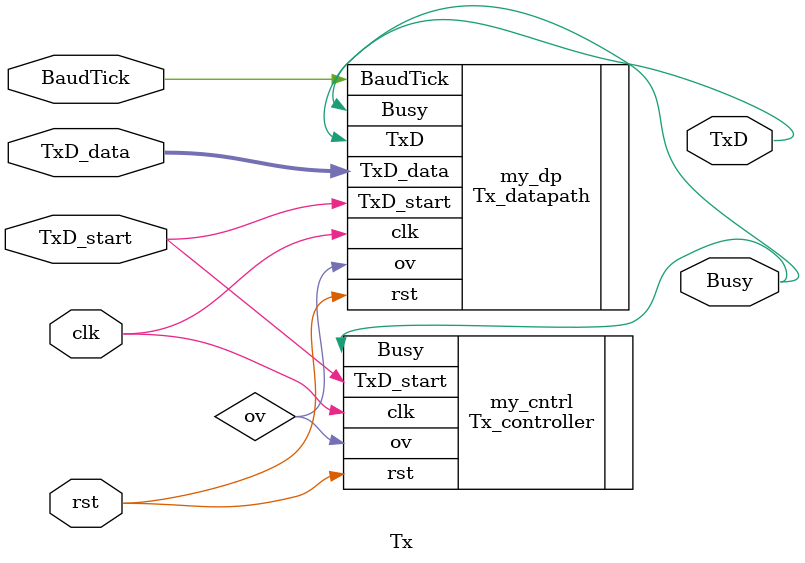
<source format=v>
module Tx(TxD_start , TxD_data , BaudTick , Busy , clk , rst , TxD);

input clk , rst , TxD_start , BaudTick;
input [7:0]TxD_data;
output Busy , TxD;
wire ov;
Tx_controller my_cntrl(.TxD_start(TxD_start) , .ov(ov) ,.rst(rst) , .clk(clk) , .Busy(Busy) );
Tx_datapath my_dp(.clk(clk) , .ov(ov) ,.rst(rst) ,.TxD_data(TxD_data) , .TxD(TxD) , .BaudTick(BaudTick) , .Busy(Busy) , .TxD_start(TxD_start));

endmodule
</source>
